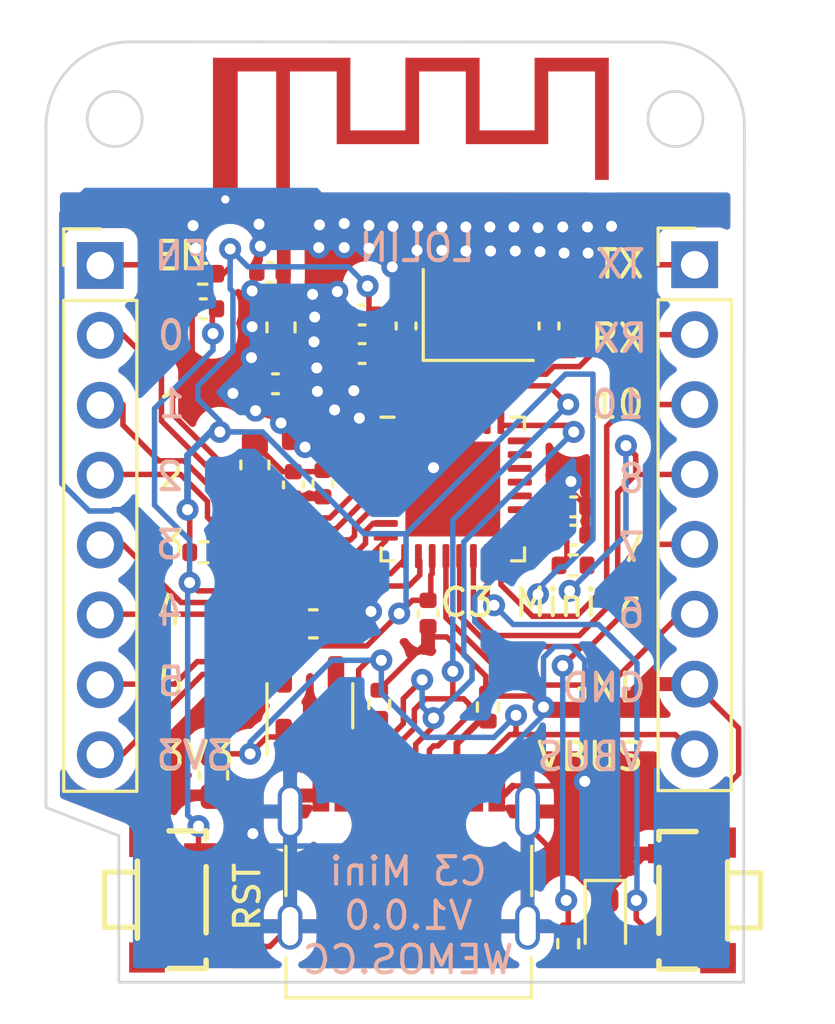
<source format=kicad_pcb>
(kicad_pcb (version 20211014) (generator pcbnew)
  (layers (0 "F.Cu" signal) (31 "B.Cu" signal) (34 "B.Paste" user) (35 "F.Paste" user) (36 "B.SilkS" user "B.Silkscreen") (37 "F.SilkS" user "F.Silkscreen") (38 "B.Mask" user) (39 "F.Mask" user) (44 "Edge.Cuts" user))
  (net 0 "")
  (net 1 "Net-(ANT1-Pad1)")
  (net 2 "GND")
  (net 3 "+3V3")
  (net 4 "VDD_SPI")
  (net 5 "Net-(C12-Pad2)")
  (net 6 "Net-(C13-Pad2)")
  (net 7 "EN")
  (net 8 "Net-(C16-Pad1)")
  (net 9 "VBUS")
  (net 10 "Net-(J1-PadA5)")
  (net 11 "D+")
  (net 12 "D-")
  (net 14 "Net-(J1-PadB5)")
  (net 16 "IO0")
  (net 17 "IO1")
  (net 18 "IO2")
  (net 19 "IO3")
  (net 20 "IO4")
  (net 21 "IO5")
  (net 22 "U0TXD")
  (net 23 "U0RXD")
  (net 24 "IO10")
  (net 25 "IO8")
  (net 26 "IO7")
  (net 27 "IO6")
  (net 28 "Net-(LED1-Pad2)")
  (net 29 "IO9")
  (footprint "Capacitor_SMD:C_0402_1005Metric" (layer "F.Cu") (at 35.325 36.925 180)
    (fp_text reference "C14" hide)
    (fp_text value "100nF")
  )
  (footprint "Capacitor_SMD:C_0603_1608Metric" (layer "F.Cu") (at 35.7 53.875 -90)
    (fp_text reference "C17" hide)
    (fp_text value "10uF")
  )
  (footprint "Resistor_SMD:R_0402_1005Metric" (layer "F.Cu") (at 41.725 51.3 90)
    (fp_text reference "R1" hide)
    (fp_text value "5.1k")
  )
  (footprint "Connector_PinHeader_2.54mm:PinHeader_1x08_P2.54mm_Vertical" (layer "F.Cu") (at 31.575 35.35)
    (fp_text reference "J2" hide)
    (fp_text value "P_01x08-0.9")
  )
  (footprint "EOS:ST-1114A" (layer "F.Cu") (at 33.925 58.4 -90)
    (fp_text reference "SW1" hide)
    (fp_text value "SW_2x4x3.5")
  )
  (footprint "Resistor_SMD:R_0402_1005Metric" (layer "F.Cu") (at 35.34 45.775 180)
    (fp_text reference "R4" hide)
    (fp_text value "10k")
  )
  (footprint "Package_TO_SOT_SMD:SOT-23-5" (layer "F.Cu") (at 39.2 51.35 90)
    (fp_text reference "PS1" hide)
    (fp_text value "IA0503S")
  )
  (footprint "Resistor_SMD:R_0402_1005Metric" (layer "F.Cu") (at 35.3 35.65 180)
    (fp_text reference "R3" hide)
    (fp_text value "10k")
  )
  (footprint "Capacitor_SMD:C_0603_1608Metric" (layer "F.Cu") (at 39.325 48.375)
    (fp_text reference "C18" hide)
    (fp_text value "10uF")
  )
  (footprint "Capacitor_SMD:C_0402_1005Metric" (layer "F.Cu") (at 37.95 39.65 180)
    (fp_text reference "C16" hide)
    (fp_text value "NC")
  )
  (footprint "Package_DFN_QFN:QFN-32-1EP_5x5mm_P0.5mm_EP3.45x3.45mm" (layer "F.Cu") (at 44.4 43.475)
    (fp_text reference "U1" hide)
    (fp_text value "ESP32-C3")
  )
  (footprint "Crystal:Crystal_SMD_TXC_7M-4Pin_3.2x2.5mm" (layer "F.Cu") (at 45.325 37.15)
    (fp_text reference "Y1" hide)
    (fp_text value "40MHz")
  )
  (footprint "Connector_PinHeader_2.54mm:PinHeader_1x08_P2.54mm_Vertical" (layer "F.Cu") (at 53.2 35.325)
    (fp_text reference "J3" hide)
    (fp_text value "P_01x08-0.9")
  )
  (footprint "RF_Antenna:Texas_SWRA117D_2.4GHz_Right" (layer "F.Cu") (at 38.225 32.95)
    (fp_text reference "ANT1" hide)
    (fp_text value "ANT_PCB_2.4G_15.2MM")
  )
  (footprint "Capacitor_SMD:C_0402_1005Metric" (layer "F.Cu") (at 38.6 43.325 -90)
    (fp_text reference "C4" hide)
    (fp_text value "1uF")
  )
  (footprint "LED_SMD:LED_0603_1608Metric" (layer "F.Cu") (at 49.95 59.1875 -90)
    (fp_text reference "LED1" hide)
    (fp_text value "LED_0603_B")
  )
  (footprint "Resistor_SMD:R_0402_1005Metric" (layer "F.Cu") (at 48.6 60 90)
    (fp_text reference "R5" hide)
    (fp_text value "2k")
  )
  (footprint "Capacitor_SMD:C_0402_1005Metric" (layer "F.Cu") (at 42.7 37.55 -90)
    (fp_text reference "C12" hide)
    (fp_text value "15pF")
  )
  (footprint "Resistor_SMD:R_0402_1005Metric" (layer "F.Cu") (at 45.675 51.4 90)
    (fp_text reference "R2" hide)
    (fp_text value "5.1k")
  )
  (footprint "Connector_USB:USB_C_Receptacle_Palconn_UTC16-G" (layer "F.Cu") (at 42.8 57.125)
    (fp_text reference "J1" hide)
    (fp_text value "USB_C_16P")
  )
  (footprint "Capacitor_SMD:C_0603_1608Metric" (layer "F.Cu") (at 37.2 42.6 -90)
    (fp_text reference "C3" hide)
    (fp_text value "10uF")
  )
  (footprint "Capacitor_SMD:C_0402_1005Metric" (layer "F.Cu") (at 37.75 35.6 180)
    (fp_text reference "C15" hide)
    (fp_text value "1pF")
  )
  (footprint "Capacitor_SMD:C_0402_1005Metric" (layer "F.Cu") (at 41.1 37.15 180)
    (fp_text reference "C1" hide)
    (fp_text value "10nF")
  )
  (footprint "EOS:ST-1114A" (layer "F.Cu") (at 53.4 58.425 90)
    (fp_text reference "SW2" hide)
    (fp_text value "SW_2x4x3.5")
  )
  (footprint "Capacitor_SMD:C_0402_1005Metric" (layer "F.Cu") (at 48.8 44.125)
    (fp_text reference "C11" hide)
    (fp_text value "1uF")
  )
  (footprint "Capacitor_SMD:C_0402_1005Metric" (layer "F.Cu") (at 48.8 45.15)
    (fp_text reference "C8" hide)
    (fp_text value "100nF")
  )
  (footprint "Capacitor_SMD:C_0402_1005Metric" (layer "F.Cu") (at 43.5 48 -90)
    (fp_text reference "C7" hide)
    (fp_text value "100nF")
  )
  (footprint "Capacitor_SMD:C_0402_1005Metric" (layer "F.Cu") (at 39.675 43.275 -90)
    (fp_text reference "C6" hide)
    (fp_text value "100nF")
  )
  (footprint "Inductor_SMD:L_0603_1608Metric" (layer "F.Cu") (at 38.15 37.6 -90)
    (fp_text reference "L1" hide)
    (fp_text value "0R")
  )
  (footprint "Resistor_SMD:R_0402_1005Metric" (layer "F.Cu") (at 48.775 46.25 180)
    (fp_text reference "R6" hide)
    (fp_text value "10k")
  )
  (footprint "Capacitor_SMD:C_0402_1005Metric" (layer "F.Cu") (at 41.1 38.55 180)
    (fp_text reference "C5" hide)
    (fp_text value "1uF")
  )
  (footprint "Capacitor_SMD:C_0402_1005Metric" (layer "F.Cu") (at 47.9 37.55 90)
    (fp_text reference "C13" hide)
    (fp_text value "15pF")
  )
  (gr_line (start 32.25 61.4) (end 54.98 61.4) (layer "Edge.Cuts") (width 0.1))
  (gr_line (start 55.009184 30.360193) (end 54.98 61.4) (layer "Edge.Cuts") (width 0.1))
  (gr_circle (center 32.1 30.025) (end 33.1 30.025) (layer "Edge.Cuts") (width 0.1) (fill none))
  (gr_line (start 32.68 27.222889) (end 51.929184 27.230193) (layer "Edge.Cuts") (width 0.1))
  (gr_line (start 32.25 61.4) (end 32.25 56.075) (layer "Edge.Cuts") (width 0.1))
  (gr_line (start 29.6 55.05) (end 29.6 30.302889) (layer "Edge.Cuts") (width 0.1))
  (gr_circle (center 52.5 30.025) (end 53.5 30.025) (layer "Edge.Cuts") (width 0.1) (fill none))
  (gr_arc (start 51.929184 27.230193) (mid 54.125 28.15) (end 55.009184 30.360193) (layer "Edge.Cuts") (width 0.1))
  (gr_line (start 32.25 56.075) (end 29.6 55.05) (layer "Edge.Cuts") (width 0.1))
  (gr_arc (start 29.6 30.302889) (mid 30.502111 28.125) (end 32.68 27.222889) (layer "Edge.Cuts") (width 0.1))
  (gr_text "RX" (at 50.5 38) (layer "B.SilkS") (effects (font (size 1 1)) (justify mirror)))
  (gr_text "3" (at 34.075 45.5) (layer "B.SilkS") (effects (font (size 1 1)) (justify mirror)))
  (gr_text "TX" (at 50.5 35.3) (layer "B.SilkS") (effects (font (size 1 1)) (justify mirror)))
  (gr_text "C3 Mini\nV1.0.0\nWEMOS.CC" (at 42.775 58.975) (layer "B.SilkS") (effects (font (size 1 1)) (justify mirror)))
  (gr_text "VBUS" (at 49.4 53.2) (layer "B.SilkS") (effects (font (size 1 1)) (justify mirror)))
  (gr_text "4" (at 34.1 47.925) (layer "B.SilkS") (effects (font (size 1 1)) (justify mirror)))
  (gr_text "0" (at 34.15 37.875) (layer "B.SilkS") (effects (font (size 1 1)) (justify mirror)))
  (gr_text "7" (at 50.9 45.6) (layer "B.SilkS") (effects (font (size 1 1)) (justify mirror)))
  (gr_text "1" (at 34.175 40.375) (layer "B.SilkS") (effects (font (size 1 1)) (justify mirror)))
  (gr_text "2" (at 34.1 43.025) (layer "B.SilkS") (effects (font (size 1 1)) (justify mirror)))
  (gr_text "8" (at 50.9 43.1) (layer "B.SilkS") (effects (font (size 1 1)) (justify mirror)))
  (gr_text "6" (at 50.9 48) (layer "B.SilkS") (effects (font (size 1 1)) (justify mirror)))
  (gr_text "5" (at 34.15 50.475) (layer "B.SilkS") (effects (font (size 1 1)) (justify mirror)))
  (gr_text "3V3" (at 35 53.15) (layer "B.SilkS") (effects (font (size 1 1)) (justify mirror)))
  (gr_text "LOLIN" (at 43.1 34.7) (layer "B.SilkS") (effects (font (size 1 1)) (justify mirror)))
  (gr_text "10" (at 50.4 40.4) (layer "B.SilkS") (effects (font (size 1 1)) (justify mirror)))
  (gr_text "GND" (at 49.9 50.7) (layer "B.SilkS") (effects (font (size 1 1)) (justify mirror)))
  (gr_text "EN" (at 34.525 35) (layer "B.SilkS") (effects (font (size 1 1)) (justify mirror)))
  (gr_text "GND" (at 49.9 50.7) (layer "F.SilkS") (effects (font (size 1 1))))
  (gr_text "10" (at 50.4 40.4) (layer "F.SilkS") (effects (font (size 1 1))))
  (gr_text "RX" (at 50.4 38) (layer "F.SilkS") (effects (font (size 1 1))))
  (gr_text "1" (at 34.175 40.375) (layer "F.SilkS") (effects (font (size 1 1))))
  (gr_text "3V3" (at 35.075 53.175) (layer "F.SilkS") (effects (font (size 1 1))))
  (gr_text "8" (at 50.9 43.1) (layer "F.SilkS") (effects (font (size 1 1))))
  (gr_text "C3 Mini" (at 46.8 47.6) (layer "F.SilkS") (effects (font (size 1 1))))
  (gr_text "4" (at 34.1 47.925) (layer "F.SilkS") (effects (font (size 1 1))))
  (gr_text "TX" (at 50.5 35.3) (layer "F.SilkS") (effects (font (size 1 1))))
  (gr_text "VBUS" (at 49.4 53.2) (layer "F.SilkS") (effects (font (size 1 1))))
  (gr_text "3" (at 34.175 45.5) (layer "F.SilkS") (effects (font (size 1 1))))
  (gr_text "RST" (at 36.925 58.3 90) (layer "F.SilkS") (effects (font (size 0.9 0.9))))
  (gr_text "5" (at 34.15 50.475) (layer "F.SilkS") (effects (font (size 1 1))))
  (gr_text "2" (at 34.125 43.025) (layer "F.SilkS") (effects (font (size 1 1))))
  (gr_text "7" (at 50.9 45.6) (layer "F.SilkS") (effects (font (size 1 1))))
  (gr_text "EN" (at 34.525 35) (layer "F.SilkS") (effects (font (size 1 1))))
  (gr_text "0" (at 34.15 37.9) (layer "F.SilkS") (effects (font (size 1 1))))
  (gr_text "6" (at 50.9 48) (layer "F.SilkS") (effects (font (size 1 1))))
  (segment (start 38.25 32.975) (end 38.25 36.675) (width 0.5) (layer "F.Cu") (net 1))
  (segment (start 38.25 36.675) (end 38.225 36.7) (width 0.5) (layer "F.Cu") (net 1))
  (segment (start 38.225 32.95) (end 38.25 32.975) (width 0.5) (layer "F.Cu") (net 1))
  (segment (start 38.8 53.6) (end 38.89 53.69) (width 0.2) (layer "F.Cu") (net 2))
  (segment (start 36.4 40) (end 37.12 40) (width 0.2) (layer "F.Cu") (net 2))
  (segment (start 48.55 37.38033) (end 48.55 35.95) (width 0.2) (layer "F.Cu") (net 2))
  (segment (start 51.5 56.7) (end 49.8 58.4) (width 0.2) (layer "F.Cu") (net 2))
  (segment (start 48.7 43.545) (end 49.28 44.125) (width 0.2) (layer "F.Cu") (net 2))
  (segment (start 39.475 52.4875) (end 39.475 53.565) (width 0.2) (layer "F.Cu") (net 2))
  (segment (start 52.1 56.525) (end 52.1 56.7) (width 0.2) (layer "F.Cu") (net 2))
  (segment (start 39.625 43.805) (end 39.675 43.755) (width 0.2) (layer "F.Cu") (net 2))
  (segment (start 48.55 35.95) (end 48 35.4) (width 0.2) (layer "F.Cu") (net 2))
  (segment (start 38.48 59.365) (end 38.48 54.27) (width 0.2) (layer "F.Cu") (net 2))
  (segment (start 41.725 50.775) (end 43.6 48.9) (width 0.2) (layer "F.Cu") (net 2))
  (segment (start 47.7 51.4) (end 47.3 51) (width 0.2) (layer "F.Cu") (net 2))
  (segment (start 36.125 54.65) (end 36.625 54.65) (width 0.2) (layer "F.Cu") (net 2))
  (segment (start 37.2 43.375) (end 36.825 43.375) (width 0.2) (layer "F.Cu") (net 2))
  (segment (start 34.92 39.43) (end 34.85 39.5) (width 0.2) (layer "F.Cu") (net 2))
  (segment (start 54.8 53.825) (end 52.1 56.525) (width 0.2) (layer "F.Cu") (net 2))
  (segment (start 47.12 54.27) (end 46.58 54.27) (width 0.2) (layer "F.Cu") (net 2))
  (segment (start 47.12 54.27) (end 47.12 58.44) (width 0.2) (layer "F.Cu") (net 2))
  (segment (start 46 54.615) (end 46.235 54.615) (width 0.25) (layer "F.Cu") (net 2))
  (segment (start 37.63 43.805) (end 37.2 43.375) (width 0.2) (layer "F.Cu") (net 2))
  (segment (start 42.7 35.9) (end 42.7 37.3) (width 0.2) (layer "F.Cu") (net 2))
  (segment (start 38.89 53.69) (end 39.6 53.69) (width 0.2) (layer "F.Cu") (net 2))
  (segment (start 39.475 53.565) (end 39.6 53.69) (width 0.2) (layer "F.Cu") (net 2))
  (segment (start 49.28 45.15) (end 49.28 44.125) (width 0.2) (layer "F.Cu") (net 2))
  (segment (start 40.8 39.9) (end 40.85 39.85) (width 0.2) (layer "F.Cu") (net 2))
  (segment (start 36.825 43.375) (end 34.2 40.75) (width 0.2) (layer "F.Cu") (net 2))
  (segment (start 43.1 35.5) (end 42.7 35.9) (width 0.2) (layer "F.Cu") (net 2))
  (segment (start 47.3 51) (end 45.75 51) (width 0.2) (layer "F.Cu") (net 2))
  (segment (start 43.65 48.85) (end 43.6 48.9) (width 0.2) (layer "F.Cu") (net 2))
  (segment (start 49.03 54.27) (end 49.2 54.1) (width 0.2) (layer "F.Cu") (net 2))
  (segment (start 40.975 48.375) (end 41.425 47.925) (width 0.2) (layer "F.Cu") (net 2))
  (segment (start 47.9 37.9) (end 47.9 37.825) (width 0.25) (layer "F.Cu") (net 2))
  (segment (start 54.8 52.165) (end 54.8 53.825) (width 0.2) (layer "F.Cu") (net 2))
  (segment (start 40.1 48.375) (end 40.975 48.375) (width 0.2) (layer "F.Cu") (net 2))
  (segment (start 40.62 39.72) (end 40.8 39.9) (width 0.25) (layer "F.Cu") (net 2))
  (segment (start 53.2 50.565) (end 54.8 52.165) (width 0.2) (layer "F.Cu") (net 2))
  (segment (start 40.62 37.15) (end 40.62 38.55) (width 0.25) (layer "F.Cu") (net 2))
  (segment (start 34.2 40.15) (end 34.85 39.5) (width 0.2) (layer "F.Cu") (net 2))
  (segment (start 47.9 37.8) (end 48.13033 37.8) (width 0.2) (layer "F.Cu") (net 2))
  (segment (start 37.12 40) (end 37.47 39.65) (width 0.2) (layer "F.Cu") (net 2))
  (segment (start 43.5 48.48) (end 43.5 48.8) (width 0.25) (layer "F.Cu") (net 2))
  (segment (start 48.13033 37.8) (end 48.55 37.38033) (width 0.2) (layer "F.Cu") (net 2))
  (segment (start 38.48 53.92) (end 38.8 53.6) (width 0.2) (layer "F.Cu") (net 2))
  (segment (start 45.675 50.89) (end 45.6 50.815) (width 0.2) (layer "F.Cu") (net 2))
  (segment (start 49.8 58.4) (end 47.12 55.72) (width 0.2) (layer "F.Cu") (net 2))
  (segment (start 36.625 54.65) (end 37.125 55.15) (width 0.2) (layer "F.Cu") (net 2))
  (segment (start 35.7 60.1) (end 37.745 60.1) (width 0.2) (layer "F.Cu") (net 2))
  (segment (start 47.4 38.4) (end 47.9 37.9) (width 0.25) (layer "F.Cu") (net 2))
  (segment (start 40.62 38.55) (end 40.62 39.72) (width 0.25) (layer "F.Cu") (net 2))
  (segment (start 43.5 48.8) (end 43.6 48.9) (width 0.25) (layer "F.Cu") (net 2))
  (segment (start 47.12 55.72) (end 47.12 54.27) (width 0.2) (layer "F.Cu") (net 2))
  (segment (start 52.1 56.7) (end 51.5 56.7) (width 0.2) (layer "F.Cu") (net 2))
  (segment (start 43.2 35.4) (end 43.1 35.5) (width 0.2) (layer "F.Cu") (net 2))
  (segment (start 34.2 40.75) (end 34.2 40.15) (width 0.2) (layer "F.Cu") (net 2))
  (segment (start 42.7 35.9) (end 42.2 35.4) (width 0.2) (layer "F.Cu") (net 2))
  (segment (start 44.2 36.6) (end 43.1 35.5) (width 0.25) (layer "F.Cu") (net 2))
  (segment (start 37.125 55.15) (end 37.125 56) (width 0.2) (layer "F.Cu") (net 2))
  (segment (start 39.6 53.69) (end 39.6 54.615) (width 0.2) (layer "F.Cu") (net 2))
  (segment (start 48 35.4) (end 43.2 35.4) (width 0.2) (layer "F.Cu") (net 2))
  (segment (start 38.48 54.27) (end 38.48 53.92) (width 0.2) (layer "F.Cu") (net 2))
  (segment (start 46.4 38.4) (end 47.4 38.4) (width 0.25) (layer "F.Cu") (net 2))
  (segment (start 38.6 43.805) (end 39.625 43.805) (width 0.2) (layer "F.Cu") (net 2))
  (segment (start 38.6 43.805) (end 37.63 43.805) (width 0.2) (layer "F.Cu") (net 2))
  (segment (start 34.92 36.8) (end 34.92 39.43) (width 0.2) (layer "F.Cu") (net 2))
  (segment (start 44.175 48.85) (end 43.65 48.85) (width 0.2) (layer "F.Cu") (net 2))
  (segment (start 47.12 54.27) (end 49.03 54.27) (width 0.2) (layer "F.Cu") (net 2))
  (segment (start 48.7 43.2) (end 48.7 43.545) (width 0.2) (layer "F.Cu") (net 2))
  (segment (start 37.745 60.1) (end 38.48 59.365) (width 0.2) (layer "F.Cu") (net 2))
  (segment (start 45.6 50.815) (end 45.6 50.275) (width 0.2) (layer "F.Cu") (net 2))
  (segment (start 36.4 40) (end 36.4 39.9) (width 0.2) (layer "F.Cu") (net 2))
  (segment (start 46.235 54.615) (end 46.58 54.27) (width 0.25) (layer "F.Cu") (net 2))
  (segment (start 45.6 50.275) (end 44.175 48.85) (width 0.2) (layer "F.Cu") (net 2))
  (via (at 37.125 56) (size 0.8) (drill 0.4) (layers "F.Cu" "B.Cu") (net 2))
  (via (at 48.4 33.95) (size 0.8) (drill 0.4) (layers "F.Cu" "B.Cu") (net 2))
  (via (at 41.35 34.725) (size 0.8) (drill 0.4) (layers "F.Cu" "B.Cu") (net 2))
  (via (at 41 40.9) (size 0.8) (drill 0.4) (layers "F.Cu" "B.Cu") (net 2))
  (via (at 49.2 54.1) (size 0.8) (drill 0.4) (layers "F.Cu" "B.Cu") (net 2))
  (via (at 44.875 34.825) (size 0.8) (drill 0.4) (layers "F.Cu" "B.Cu") (net 2))
  (via (at 41.425 47.925) (size 0.8) (drill 0.4) (layers "F.Cu" "B.Cu") (net 2))
  (via (at 37.35 33.85) (size 0.8) (drill 0.4) (layers "F.Cu" "B.Cu") (net 2))
  (via (at 41.35 33.9) (size 0.8) (drill 0.4) (layers "F.Cu" "B.Cu") (net 2))
  (via (at 45.775 34.825) (size 0.8) (drill 0.4) (layers "F.Cu" "B.Cu") (net 2))
  (via (at 39.375 37.225) (size 0.8) (drill 0.4) (layers "F.Cu" "B.Cu") (net 2))
  (via (at 37.1 36.275) (size 0.8) (drill 0.4) (layers "F.Cu" "B.Cu") (net 2))
  (via (at 49.3 33.95) (size 0.8) (drill 0.4) (layers "F.Cu" "B.Cu") (net 2))
  (via (at 40.1 40.6) (size 0.8) (drill 0.4) (layers "F.Cu" "B.Cu") (net 2))
  (via (at 39.55 33.875) (size 0.8) (drill 0.4) (layers "F.Cu" "B.Cu") (net 2))
  (via (at 35.05 34.725) (size 0.8) (drill 0.4) (layers "F.Cu" "B.Cu") (net 2))
  (via (at 47.7 51.4) (size 0.8) (drill 0.4) (layers "F.Cu" "B.Cu") (net 2))
  (via (at 37.4 34.65) (size 0.8) (drill 0.4) (layers "F.Cu" "B.Cu") (net 2))
  (via (at 48.45 34.9) (size 0.8) (drill 0.4) (layers "F.Cu" "B.Cu") (net 2))
  (via (at 45.75 33.95) (size 0.8) (drill 0.4) (layers "F.Cu" "B.Cu") (net 2))
  (via (at 40.8 39.9) (size 0.8) (drill 0.4) (layers "F.Cu" "B.Cu") (net 2))
  (via (at 46.675 34.825) (size 0.8) (drill 0.4) (layers "F.Cu" "B.Cu") (net 2))
  (via (at 42.2 35.4) (size 0.8) (drill 0.4) (layers "F.Cu" "B.Cu") (net 2))
  (via (at 48.7 43.2) (size 0.8) (drill 0.4) (layers "F.Cu" "B.Cu") (net 2))
  (via (at 49.325 34.9) (size 0.8) (drill 0.4) (layers "F.Cu" "B.Cu") (net 2))
  (via (at 47.575 34.85) (size 0.8) (drill 0.4) (layers "F.Cu" "B.Cu") (net 2))
  (via (at 39.025 41.95) (size 0.8) (drill 0.4) (layers "F.Cu" "B.Cu") (net 2))
  (via (at 43.7 42.7) (size 0.8) (drill 0.4) (layers "F.Cu" "B.Cu") (net 2))
  (via (at 44 34.8) (size 0.8) (drill 0.4) (layers "F.Cu" "B.Cu") (net 2))
  (via (at 43.1 34.8) (size 0.8) (drill 0.4) (layers "F.Cu" "B.Cu") (net 2))
  (via (at 40.45 34.7) (size 0.8) (drill 0.4) (layers "F.Cu" "B.Cu") (net 2))
  (via (at 43.125 33.925) (size 0.8) (drill 0.4) (layers "F.Cu" "B.Cu") (net 2))
  (via (at 44.875 33.95) (size 0.8) (drill 0.4) (layers "F.Cu" "B.Cu") (net 2))
  (via (at 39.35 38.125) (size 0.8) (drill 0.4) (layers "F.Cu" "B.Cu") (net 2))
  (via (at 37.075 38.7) (size 0.8) (drill 0.4) (layers "F.Cu" "B.Cu") (net 2))
  (via (at 47.5 33.975) (size 0.8) (drill 0.4) (layers "F.Cu" "B.Cu") (net 2))
  (via (at 50.175 33.925) (size 0.8) (drill 0.4) (layers "F.Cu" "B.Cu") (net 2))
  (via (at 40.2 36.3) (size 0.8) (drill 0.4) (layers "F.Cu" "B.Cu") (net 2))
  (via (at 34.95 33.9) (size 0.8) (drill 0.4) (layers "F.Cu" "B.Cu") (net 2))
  (via (at 44 33.95) (size 0.8) (drill 0.4) (layers "F.Cu" "B.Cu") (net 2))
  (via (at 37.1 37.575) (size 0.8) (drill 0.4) (layers "F.Cu" "B.Cu") (net 2))
  (via (at 38.15 41.075) (size 0.8) (drill 0.4) (layers "F.Cu" "B.Cu") (net 2))
  (via (at 39.525 34.7) (size 0.8) (drill 0.4) (layers "F.Cu" "B.Cu") (net 2))
  (via (at 39.45 39.075) (size 0.8) (drill 0.4) (layers "F.Cu" "B.Cu") (net 2))
  (via (at 37.225 40.625) (size 0.8) (drill 0.4) (layers "F.Cu" "B.Cu") (net 2))
  (via (at 39.475 39.925) (size 0.8) (drill 0.4) (layers "F.Cu" "B.Cu") (net 2))
  (via (at 42.225 33.925) (size 0.8) (drill 0.4) (layers "F.Cu" "B.Cu") (net 2))
  (via (at 40.45 33.825) (size 0.8) (drill 0.4) (layers "F.Cu" "B.Cu") (net 2))
  (via (at 46.625 33.95) (size 0.8) (drill 0.4) (layers "F.Cu" "B.Cu") (net 2))
  (via (at 36.4 40) (size 0.8) (drill 0.4) (layers "F.Cu" "B.Cu") (net 2))
  (via (at 39.3 36.4) (size 0.8) (drill 0.4) (layers "F.Cu" "B.Cu") (net 2))
  (segment (start 37.125 56) (end 36.225 56.9) (width 0.2) (layer "B.Cu") (net 2))
  (segment (start 36.2 55.075) (end 37.125 56) (width 0.2) (layer "B.Cu") (net 2))
  (segment (start 31.05 32.625) (end 39.425 32.625) (width 0.2) (layer "B.Cu") (net 2))
  (segment (start 33.7 44.966186) (end 32.958814 44.225) (width 0.2) (layer "B.Cu") (net 2))
  (segment (start 33.7 56.4) (end 33.7 44.966186) (width 0.2) (layer "B.Cu") (net 2))
  (segment (start 31.173654 44.273654) (end 30.175 43.275) (width 0.2) (layer "B.Cu") (net 2))
  (segment (start 45.2 47.41005) (end 45.2 48.3) (width 0.2) (layer "B.Cu") (net 2))
  (segment (start 47.7 51.68995) (end 47.7 51.4) (width 0.2) (layer "B.Cu") (net 2))
  (segment (start 30.175 43.275) (end 30.175 33.453654) (width 0.2) (layer "B.Cu") (net 2))
  (segment (start 40.8 39.9) (end 42.2 38.5) (width 0.2) (layer "B.Cu") (net 2))
  (segment (start 49.2 49.71005) (end 48.68995 49.2) (width 0.2) (layer "B.Cu") (net 2))
  (segment (start 48.1 49.2) (end 47.7 49.6) (width 0.2) (layer "B.Cu") (net 2))
  (segment (start 46.6 46.265686) (end 46.344364 46.265686) (width 0.2) (layer "B.Cu") (net 2))
  (segment (start 49.2 54.1) (end 49.2 49.71005) (width 0.2) (layer "B.Cu") (net 2))
  (segment (start 45.2 48.3) (end 45.9 49) (width 0.2) (layer "B.Cu") (net 2))
  (segment (start 48.7 44.165686) (end 46.6 46.265686) (width 0.2) (layer "B.Cu") (net 2))
  (segment (start 37.575 56.45) (end 42.93995 56.45) (width 0.2) (layer "B.Cu") (net 2))
  (segment (start 32.005 44.273654) (end 31.173654 44.273654) (width 0.2) (layer "B.Cu") (net 2))
  (segment (start 37.125 56) (end 37.575 56.45) (width 0.2) (layer "B.Cu") (net 2))
  (segment (start 42.2 38.5) (end 42.2 35.4) (width 0.2) (layer "B.Cu") (net 2))
  (segment (start 42.93995 56.45) (end 47.7 51.68995) (width 0.2) (layer "B.Cu") (net 2))
  (segment (start 30.2 33.475) (end 31.05 32.625) (width 0.2) (layer "B.Cu") (net 2))
  (segment (start 39.425 32.625) (end 42.2 35.4) (width 0.2) (layer "B.Cu") (net 2))
  (segment (start 36.2 50) (end 36.2 55.075) (width 0.2) (layer "B.Cu") (net 2))
  (segment (start 32.053654 44.225) (end 32.005 44.273654) (width 0.2) (layer "B.Cu") (net 2))
  (segment (start 48.7 43.2) (end 48.7 44.165686) (width 0.2) (layer "B.Cu") (net 2))
  (segment (start 38.275 47.925) (end 36.2 50) (width 0.2) (layer "B.Cu") (net 2))
  (segment (start 48.68995 49.2) (end 48.1 49.2) (width 0.2) (layer "B.Cu") (net 2))
  (segment (start 34.2 56.9) (end 33.7 56.4) (width 0.2) (layer "B.Cu") (net 2))
  (segment (start 41.425 47.925) (end 38.275 47.925) (width 0.2) (layer "B.Cu") (net 2))
  (segment (start 32.958814 44.225) (end 32.053654 44.225) (width 0.2) (layer "B.Cu") (net 2))
  (segment (start 36.225 56.9) (end 34.2 56.9) (width 0.2) (layer "B.Cu") (net 2))
  (segment (start 47.7 49.6) (end 47.7 51.4) (width 0.2) (layer "B.Cu") (net 2))
  (segment (start 46.344364 46.265686) (end 45.2 47.41005) (width 0.2) (layer "B.Cu") (net 2))
  (segment (start 38.6 42.845) (end 39.625 42.845) (width 0.2) (layer "F.Cu") (net 3))
  (segment (start 41.275 49.175) (end 39.2875 49.175) (width 0.2) (layer "F.Cu") (net 3))
  (segment (start 41.9625 42.725) (end 39.745 42.725) (width 0.2) (layer "F.Cu") (net 3))
  (segment (start 41.9625 42.225) (end 41.9625 42.725) (width 0.2) (layer "F.Cu") (net 3))
  (segment (start 42.65 41.1625) (end 43.15 41.1625) (width 0.25) (layer "F.Cu") (net 3))
  (segment (start 43.65 46.55) (end 43.65 46.0375) (width 0.2) (layer "F.Cu") (net 3))
  (segment (start 48.245 45.225) (end 48.32 45.15) (width 0.2) (layer "F.Cu") (net 3))
  (segment (start 36.775 41.4) (end 37.2 41.825) (width 0.2) (layer "F.Cu") (net 3))
  (segment (start 41.35 36.15) (end 41.35 37.15) (width 0.2) (layer "F.Cu") (net 3))
  (segment (start 43.5 47.52) (end 42.93 47.52) (width 0.2) (layer "F.Cu") (net 3))
  (segment (start 38.22 42.845) (end 37.2 41.825) (width 0.2) (layer "F.Cu") (net 3))
  (segment (start 42.65 41.1625) (end 42.65 40.65) (width 0.25) (layer "F.Cu") (net 3))
  (segment (start 47.5 47.11005) (end 48.41005 46.2) (width 0.2) (layer "F.Cu") (net 3))
  (segment (start 47.5 47.3) (end 47.5 47.11005) (width 0.2) (layer "F.Cu") (net 3))
  (segment (start 43.6 46.6) (end 43.6 47.42) (width 0.2) (layer "F.Cu") (net 3))
  (segment (start 48.41005 46.2) (end 48.55 46.2) (width 0.2) (layer "F.Cu") (net 3))
  (segment (start 34.83 45.775) (end 34.83 44.305) (width 0.2) (layer "F.Cu") (net 3))
  (segment (start 35.2925 50.2125) (end 32.4 53.105) (width 0.2) (layer "F.Cu") (net 3))
  (segment (start 38.55 48.375) (end 38.55 48.4375) (width 0.2) (layer "F.Cu") (net 3))
  (segment (start 36.3 35.41) (end 35.91 35.8) (width 0.2) (layer "F.Cu") (net 3))
  (segment (start 41.375 39.375) (end 41.375 38.55) (width 0.25) (layer "F.Cu") (net 3))
  (segment (start 43.6 47.42) (end 43.5 47.52) (width 0.2) (layer "F.Cu") (net 3))
  (segment (start 41.35 38.55) (end 41.35 37.15) (width 0.2) (layer "F.Cu") (net 3))
  (segment (start 38.6 42.845) (end 38.22 42.845) (width 0.2) (layer "F.Cu") (net 3))
  (segment (start 38.25 50.2125) (end 39.2875 49.175) (width 0.2) (layer "F.Cu") (net 3))
  (segment (start 38.55 48.4375) (end 39.2875 49.175) (width 0.2) (layer "F.Cu") (net 3))
  (segment (start 42.65 40.65) (end 41.375 39.375) (width 0.25) (layer "F.Cu") (net 3))
  (segment (start 42.45 48) (end 41.275 49.175) (width 0.2) (layer "F.Cu") (net 3))
  (segment (start 41.3 36.1) (end 41.35 36.15) (width 0.2) (layer "F.Cu") (net 3))
  (segment (start 36.3 34.75) (end 36.3 35.41) (width 0.2) (layer "F.Cu") (net 3))
  (segment (start 48.5 45.35) (end 48.525 45.375) (width 0.25) (layer "F.Cu") (net 3))
  (segment (start 48.525 45.375) (end 48.525 45.4) (width 0.25) (layer "F.Cu") (net 3))
  (segment (start 35.925 41.4) (end 36.775 41.4) (width 0.2) (layer "F.Cu") (net 3))
  (segment (start 38.25 50.2125) (end 35.2925 50.2125) (width 0.2) (layer "F.Cu") (net 3))
  (segment (start 46.8375 45.225) (end 48.245 45.225) (width 0.2) (layer "F.Cu") (net 3))
  (segment (start 48.55 45.4) (end 48.55 46.2) (width 0.2) (layer "F.Cu") (net 3))
  (segment (start 39.625 42.845) (end 39.675 42.795) (width 0.2) (layer "F.Cu") (net 3))
  (segment (start 43.6 46.6) (end 43.65 46.55) (width 0.2) (layer "F.Cu") (net 3))
  (segment (start 42.93 47.52) (end 42.45 48) (width 0.2) (layer "F.Cu") (net 3))
  (segment (start 39.745 42.725) (end 39.675 42.795) (width 0.2) (layer "F.Cu") (net 3))
  (via (at 42.45 48) (size 0.8) (drill 0.4) (layers "F.Cu" "B.Cu") (net 3))
  (via (at 36.3 34.75) (size 0.8) (drill 0.4) (layers "F.Cu" "B.Cu") (net 3))
  (via (at 41.3 36.1) (size 0.8) (drill 0.4) (layers "F.Cu" "B.Cu") (net 3))
  (via (at 47.5 47.3) (size 0.8) (drill 0.4) (layers "F.Cu" "B.Cu") (net 3))
  (via (at 35.925 41.4) (size 0.8) (drill 0.4) (layers "F.Cu" "B.Cu") (net 3))
  (via (at 34.75 44.225) (size 0.8) (drill 0.4) (layers "F.Cu" "B.Cu") (net 3))
  (segment (start 37.475 41.4) (end 41.175 45.1) (width 0.2) (layer "B.Cu") (net 3))
  (segment (start 36.95 35.4) (end 40.6 35.4) (width 0.2) (layer "B.Cu") (net 3))
  (segment (start 35.925 41.4) (end 35.6 41.4) (width 0.25) (layer "B.Cu") (net 3))
  (segment (start 35.125 39.725) (end 35.125 40.2) (width 0.2) (layer "B.Cu") (net 3))
  (segment (start 47.5 47.3) (end 47.5 47.11005) (width 0.2) (layer "B.Cu") (net 3))
  (segment (start 48.5 39.3) (end 42.7 45.1) (width 0.2) (layer "B.Cu") (net 3))
  (segment (start 35.6 41.4) (end 34.75 42.25) (width 0.25) (layer "B.Cu") (net 3))
  (segment (start 36.3 34.75) (end 36.3 36.2) (width 0.2) (layer "B.Cu") (net 3))
  (segment (start 36.3 36.2) (end 36.4 36.3) (width 0.2) (layer "B.Cu") (net 3))
  (segment (start 49.5 39.3) (end 48.5 39.3) (width 0.2) (layer "B.Cu") (net 3))
  (segment (start 35.125 40.2) (end 35.925 41) (width 0.2) (layer "B.Cu") (net 3))
  (segment (start 47.5 47.11005) (end 48.31005 46.3) (width 0.2) (layer "B.Cu") (net 3))
  (segment (start 36.3 34.75) (end 36.95 35.4) (width 0.2) (layer "B.Cu") (net 3))
  (segment (start 48.5 46.3) (end 49.5 45.3) (width 0.2) (layer "B.Cu") (net 3))
  (segment (start 36.4 36.3) (end 36.4 38.45) (width 0.2) (layer "B.Cu") (net 3))
  (segment (start 35.925 41.4) (end 37.475 41.4) (width 0.2) (layer "B.Cu") (net 3))
  (segment (start 36.4 38.45) (end 35.125 39.725) (width 0.2) (layer "B.Cu") (net 3))
  (segment (start 42.7 45.1) (end 42.7 47.75) (width 0.2) (layer "B.Cu") (net 3))
  (segment (start 41.175 45.1) (end 42.7 45.1) (width 0.2) (layer "B.Cu") (net 3))
  (segment (start 48.31005 46.3) (end 48.5 46.3) (width 0.2) (layer "B.Cu") (net 3))
  (segment (start 42.7 47.75) (end 42.45 48) (width 0.2) (layer "B.Cu") (net 3))
  (segment (start 49.5 45.3) (end 49.5 39.3) (width 0.2) (layer "B.Cu") (net 3))
  (segment (start 34.75 42.25) (end 34.75 44.225) (width 0.25) (layer "B.Cu") (net 3))
  (segment (start 40.6 35.4) (end 41.3 36.1) (width 0.2) (layer "B.Cu") (net 3))
  (segment (start 35.925 41) (end 35.925 41.4) (width 0.2) (layer "B.Cu") (net 3))
  (segment (start 46.8375 44.725) (end 47.72 44.725) (width 0.2) (layer "F.Cu") (net 4))
  (segment (start 47.72 44.725) (end 48.32 44.125) (width 0.2) (layer "F.Cu") (net 4))
  (segment (start 44.2 38.4) (end 43.1 38.4) (width 0.25) (layer "F.Cu") (net 5))
  (segment (start 43.65 41.1625) (end 43.65 38.95) (width 0.25) (layer "F.Cu") (net 5))
  (segment (start 43.1 38.4) (end 42.7 38) (width 0.25) (layer "F.Cu") (net 5))
  (segment (start 43.65 38.95) (end 44.2 38.4) (width 0.25) (layer "F.Cu") (net 5))
  (segment (start 47.13 36.3) (end 47.9 37.07) (width 0.2) (layer "F.Cu") (net 6))
  (segment (start 44.425 38.925) (end 45.05 38.925) (width 0.25) (layer "F.Cu") (net 6))
  (segment (start 45.075 38.95) (end 45.375 38.65) (width 0.25) (layer "F.Cu") (net 6))
  (segment (start 45.05 38.925) (end 45.075 38.95) (width 0.25) (layer "F.Cu") (net 6))
  (segment (start 46.425 36.3) (end 47.13 36.3) (width 0.2) (layer "F.Cu") (net 6))
  (segment (start 44.15 41.1625) (end 44.15 39.2) (width 0.25) (layer "F.Cu") (net 6))
  (segment (start 45.775 36.3) (end 46.425 36.3) (width 0.25) (layer "F.Cu") (net 6))
  (segment (start 45.375 36.7) (end 45.775 36.3) (width 0.25) (layer "F.Cu") (net 6))
  (segment (start 45.375 38.65) (end 45.375 36.7) (width 0.25) (layer "F.Cu") (net 6))
  (segment (start 44.15 39.2) (end 44.425 38.925) (width 0.25) (layer "F.Cu") (net 6))
  (segment (start 41.5 44.725) (end 41.9625 44.725) (width 0.2) (layer "F.Cu") (net 7))
  (segment (start 35.65 36.5) (end 35.4 36.25) (width 0.2) (layer "F.Cu") (net 7))
  (segment (start 35.125 47.175) (end 36.25 47.175) (width 0.2) (layer "F.Cu") (net 7))
  (segment (start 35.15 55.725) (end 35.15 56.625) (width 0.2) (layer "F.Cu") (net 7))
  (segment (start 35.675 37.825) (end 35.65 37.8) (width 0.2) (layer "F.Cu") (net 7))
  (segment (start 41.225 45) (end 41.5 44.725) (width 0.2) (layer "F.Cu") (net 7))
  (segment (start 40.95 45.725) (end 41.225 45.45) (width 0.2) (layer "F.Cu") (net 7))
  (segment (start 35.15 56.625) (end 35.225 56.7) (width 0.2) (layer "F.Cu") (net 7))
  (segment (start 34.675 35.325) (end 32.4 35.325) (width 0.2) (layer "F.Cu") (net 7))
  (segment (start 35.15 35.8) (end 34.675 35.325) (width 0.2) (layer "F.Cu") (net 7))
  (segment (start 35.25 36.25) (end 35.15 36.15) (width 0.2) (layer "F.Cu") (net 7))
  (segment (start 37.7 45.725) (end 40.95 45.725) (width 0.2) (layer "F.Cu") (net 7))
  (segment (start 35.4 36.25) (end 35.25 36.25) (width 0.2) (layer "F.Cu") (net 7))
  (segment (start 35.15 36.15) (end 35.15 35.8) (width 0.2) (layer "F.Cu") (net 7))
  (segment (start 34.825 46.875) (end 35.125 47.175) (width 0.2) (layer "F.Cu") (net 7))
  (segment (start 36.25 47.175) (end 37.7 45.725) (width 0.2) (layer "F.Cu") (net 7))
  (segment (start 41.225 45.45) (end 41.225 45) (width 0.2) (layer "F.Cu") (net 7))
  (segment (start 35.65 37.8) (end 35.65 36.5) (width 0.2) (layer "F.Cu") (net 7))
  (via (at 34.825 46.875) (size 0.8) (drill 0.4) (layers "F.Cu" "B.Cu") (net 7))
  (via (at 35.675 37.825) (size 0.8) (drill 0.4) (layers "F.Cu" "B.Cu") (net 7))
  (via (at 35.15 55.725) (size 0.8) (drill 0.4) (layers "F.Cu" "B.Cu") (net 7))
  (segment (start 33.55 40.55) (end 33.55 44.059936) (width 0.2) (layer "B.Cu") (net 7))
  (segment (start 34.755128 46.944872) (end 34.825 46.875) (width 0.2) (layer "B.Cu") (net 7))
  (segment (start 35.15 55.725) (end 34.755128 55.330128) (width 0.2) (layer "B.Cu") (net 7))
  (segment (start 34.755128 55.330128) (end 34.755128 46.944872) (width 0.2) (layer "B.Cu") (net 7))
  (segment (start 35.675 38.425) (end 33.55 40.55) (width 0.2) (layer "B.Cu") (net 7))
  (segment (start 35.675 37.825) (end 35.675 38.425) (width 0.2) (layer "B.Cu") (net 7))
  (segment (start 34.825 45.334936) (end 34.825 46.875) (width 0.2) (layer "B.Cu") (net 7))
  (segment (start 33.55 44.059936) (end 34.825 45.334936) (width 0.2) (layer "B.Cu") (net 7))
  (segment (start 38.43 39.65) (end 38.43 38.6675) (width 0.5) (layer "F.Cu") (net 8))
  (segment (start 38.985028 40.785028) (end 39.222346 41.022346) (width 0.4) (layer "F.Cu") (net 8))
  (segment (start 41.9625 41.725) (end 40.918702 41.725) (width 0.2) (layer "F.Cu") (net 8))
  (segment (start 38.43 38.6675) (end 38.15 38.3875) (width 0.5) (layer "F.Cu") (net 8))
  (arc (start 39.222346 41.022346) (mid 40.000641 41.542386) (end 40.918702 41.725) (width 0.4) (layer "F.Cu") (net 8))
  (arc (start 38.464212 39.527657) (mid 38.599565 40.208142) (end 38.985028 40.785028) (width 0.4) (layer "F.Cu") (net 8))
  (segment (start 37.6375 52.4875) (end 37.025 53.1) (width 0.2) (layer "F.Cu") (net 9))
  (segment (start 40.15 52.4875) (end 40.975 51.6625) (width 0.2) (layer "F.Cu") (net 9))
  (segment (start 40.975 51.6625) (end 40.975 50.05) (width 0.2) (layer "F.Cu") (net 9))
  (segment (start 41.325 49.7) (end 41.8 49.7) (width 0.2) (layer "F.Cu") (net 9))
  (segment (start 46.6 52.4) (end 46.475 52.4) (width 0.2) (layer "F.Cu") (net 9))
  (segment (start 45.2 53.675) (end 45.2 54.615) (width 0.2) (layer "F.Cu") (net 9))
  (segment (start 38.525 52.4875) (end 37.6375 52.4875) (width 0.2) (layer "F.Cu") (net 9))
  (segment (start 40.15 52.4875) (end 40.4 52.7375) (width 0.2) (layer "F.Cu") (net 9))
  (segment (start 40.975 50.05) (end 41.325 49.7) (width 0.2) (layer "F.Cu") (net 9))
  (segment (start 52.495 52.4) (end 53.2 53.105) (width 0.2) (layer "F.Cu") (net 9))
  (segment (start 46.6 52.4) (end 52.495 52.4) (width 0.2) (layer "F.Cu") (net 9))
  (segment (start 37.025 53.1) (end 36.125 53.1) (width 0.2) (layer "F.Cu") (net 9))
  (segment (start 46.7 52.3) (end 46.6 52.4) (width 0.2) (layer "F.Cu") (net 9))
  (segment (start 46.7 51.7) (end 46.7 52.3) (width 0.2) (layer "F.Cu") (net 9))
  (segment (start 40.4 52.7375) (end 40.4 54.615) (width 0.2) (layer "F.Cu") (net 9))
  (segment (start 46.475 52.4) (end 45.2 53.675) (width 0.2) (layer "F.Cu") (net 9))
  (via (at 37.025 53.1) (size 0.8) (drill 0.4) (layers "F.Cu" "B.Cu") (net 9))
  (via (at 46.7 51.7) (size 0.8) (drill 0.4) (layers "F.Cu" "B.Cu") (net 9))
  (via (at 41.8 49.7) (size 0.8) (drill 0.4) (layers "F.Cu" "B.Cu") (net 9))
  (segment (start 43.41005 52.5) (end 41.8 50.88995) (width 0.2) (layer "B.Cu") (net 9))
  (segment (start 37.025 52.675) (end 40 49.7) (width 0.2) (layer "B.Cu") (net 9))
  (segment (start 41.8 50.88995) (end 41.8 49.7) (width 0.2) (layer "B.Cu") (net 9))
  (segment (start 37.025 53.1) (end 37.025 52.675) (width 0.2) (layer "B.Cu") (net 9))
  (segment (start 40 49.7) (end 41.8 49.7) (width 0.2) (layer "B.Cu") (net 9))
  (segment (start 45.9 52.5) (end 43.41005 52.5) (width 0.2) (layer "B.Cu") (net 9))
  (segment (start 46.7 51.7) (end 45.9 52.5) (width 0.2) (layer "B.Cu") (net 9))
  (segment (start 41.55 54.615) (end 41.55 51.985) (width 0.25) (layer "F.Cu") (net 10))
  (segment (start 41.55 51.985) (end 41.725 51.81) (width 0.25) (layer "F.Cu") (net 10))
  (segment (start 44.5 51.1) (end 44.8 51.1) (width 0.2) (layer "F.Cu") (net 11))
  (segment (start 43.55 52.96) (end 43.55 54.615) (width 0.2) (layer "F.Cu") (net 11))
  (segment (start 45.65 41.0375) (end 45.65 40.175) (width 0.2) (layer "F.Cu") (net 11))
  (segment (start 44.4 51) (end 44.5 51.1) (width 0.2) (layer "F.Cu") (net 11))
  (segment (start 44.8 51.1) (end 45 51.3) (width 0.2) (layer "F.Cu") (net 11))
  (segment (start 43.4 51.1) (end 43 51.5) (width 0.2) (layer "F.Cu") (net 11))
  (segment (start 45 51.3) (end 45 51.67396) (width 0.2) (layer "F.Cu") (net 11))
  (segment (start 44.4 50.1) (end 44.4 51) (width 0.2) (layer "F.Cu") (net 11))
  (segment (start 45 51.67396) (end 43.86396 52.81) (width 0.2) (layer "F.Cu") (net 11))
  (segment (start 47.9 39.725) (end 48.575 40.4) (width 0.2) (layer "F.Cu") (net 11))
  (segment (start 43 51.5) (end 43 52.166725) (width 0.2) (layer "F.Cu") (net 11))
  (segment (start 46.1 39.725) (end 47.9 39.725) (width 0.2) (layer "F.Cu") (net 11))
  (segment (start 45.65 40.175) (end 46.1 39.725) (width 0.2) (layer "F.Cu") (net 11))
  (segment (start 43.7 52.81) (end 43.55 52.96) (width 0.2) (layer "F.Cu") (net 11))
  (segment (start 44.5 51.1) (end 43.4 51.1) (width 0.2) (layer "F.Cu") (net 11))
  (segment (start 48.575 40.4) (end 48.6 40.4) (width 0.2) (layer "F.Cu") (net 11))
  (segment (start 42.55 52.616726) (end 42.55 54.615) (width 0.2) (layer "F.Cu") (net 11))
  (segment (start 43.86396 52.81) (end 43.7 52.81) (width 0.2) (layer "F.Cu") (net 11))
  (segment (start 43 52.166725) (end 42.55 52.616726) (width 0.2) (layer "F.Cu") (net 11))
  (via (at 48.6 40.4) (size 0.8) (drill 0.4) (layers "F.Cu" "B.Cu") (net 11))
  (via (at 44.4 50.1) (size 0.8) (drill 0.4) (layers "F.Cu" "B.Cu") (net 11))
  (segment (start 44.4 44.6) (end 44.4 50.1) (width 0.2) (layer "B.Cu") (net 11))
  (segment (start 48.6 40.4) (end 44.4 44.6) (width 0.2) (layer "B.Cu") (net 11))
  (segment (start 48.5625 41.1625) (end 48.8 41.4) (width 0.2) (layer "F.Cu") (net 12))
  (segment (start 42.6 52.00104) (end 42.05 52.55104) (width 0.2) (layer "F.Cu") (net 12))
  (segment (start 42.6 51.09502) (end 42.6 52.00104) (width 0.2) (layer "F.Cu") (net 12))
  (segment (start 43.05 52.75) (end 43.05 54.615) (width 0.2) (layer "F.Cu") (net 12))
  (segment (start 46.15 41.1625) (end 48.5625 41.1625) (width 0.2) (layer "F.Cu") (net 12))
  (segment (start 43.7 52.1) (end 43.05 52.75) (width 0.2) (layer "F.Cu") (net 12))
  (segment (start 43.285003 50.410017) (end 42.6 51.09502) (width 0.2) (layer "F.Cu") (net 12))
  (segment (start 42.05 52.55104) (end 42.05 54.615) (width 0.2) (layer "F.Cu") (net 12))
  (segment (start 43.7 51.8) (end 43.7 52.1) (width 0.2) (layer "F.Cu") (net 12))
  (via (at 43.285003 50.410017) (size 0.8) (drill 0.4) (layers "F.Cu" "B.Cu") (net 12))
  (via (at 43.7 51.8) (size 0.8) (drill 0.4) (layers "F.Cu" "B.Cu") (net 12))
  (via (at 48.8 41.4) (size 0.8) (drill 0.4) (layers "F.Cu" "B.Cu") (net 12))
  (segment (start 45.1 49.81005) (end 44.8 49.51005) (width 0.2) (layer "B.Cu") (net 12))
  (segment (start 43.7 51.8) (end 45.1 50.4) (width 0.2) (layer "B.Cu") (net 12))
  (segment (start 43.285003 51.385003) (end 43.7 51.8) (width 0.2) (layer "B.Cu") (net 12))
  (segment (start 43.285003 50.410017) (end 43.285003 51.385003) (width 0.2) (layer "B.Cu") (net 12))
  (segment (start 44.8 45.4) (end 48.8 41.4) (width 0.2) (layer "B.Cu") (net 12))
  (segment (start 44.8 49.51005) (end 44.8 45.4) (width 0.2) (layer "B.Cu") (net 12))
  (segment (start 45.1 50.4) (end 45.1 49.81005) (width 0.2) (layer "B.Cu") (net 12))
  (segment (start 44.55 52.725) (end 45.365 51.91) (width 0.25) (layer "F.Cu") (net 14))
  (segment (start 45.365 51.91) (end 45.675 51.91) (width 0.25) (layer "F.Cu") (net 14))
  (segment (start 44.55 52.725) (end 44.55 54.615) (width 0.25) (layer "F.Cu") (net 14))
  (segment (start 33.8 41) (end 33.8 39.265) (width 0.2) (layer "F.Cu") (net 16))
  (segment (start 41.225 43.225) (end 39.925 44.525) (width 0.2) (layer "F.Cu") (net 16))
  (segment (start 36.275 44.05) (end 36.275 43.475) (width 0.2) (layer "F.Cu") (net 16))
  (segment (start 33.8 39.265) (end 32.4 37.865) (width 0.2) (layer "F.Cu") (net 16))
  (segment (start 36.275 43.475) (end 33.8 41) (width 0.2) (layer "F.Cu") (net 16))
  (segment (start 39.925 44.525) (end 36.75 44.525) (width 0.2) (layer "F.Cu") (net 16))
  (segment (start 41.9625 43.225) (end 41.225 43.225) (width 0.2) (layer "F.Cu") (net 16))
  (segment (start 36.75 44.525) (end 36.275 44.05) (width 0.2) (layer "F.Cu") (net 16))
  (segment (start 34.625 42.45) (end 33.7 42.45) (width 0.2) (layer "F.Cu") (net 17))
  (segment (start 35.875 43.7) (end 34.625 42.45) (width 0.2) (layer "F.Cu") (net 17))
  (segment (start 41.9625 43.725) (end 41.35 43.725) (width 0.2) (layer "F.Cu") (net 17))
  (segment (start 35.875 44.25) (end 35.875 43.7) (width 0.2) (layer "F.Cu") (net 17))
  (segment (start 36.55 44.925) (end 35.875 44.25) (width 0.2) (layer "F.Cu") (net 17))
  (segment (start 33.7 42.45) (end 32.4 41.15) (width 0.2) (layer "F.Cu") (net 17))
  (segment (start 40.15 44.925) (end 36.55 44.925) (width 0.2) (layer "F.Cu") (net 17))
  (segment (start 41.35 43.725) (end 40.15 44.925) (width 0.2) (layer "F.Cu") (net 17))
  (segment (start 32.4 41.15) (end 32.4 40.405) (width 0.2) (layer "F.Cu") (net 17))
  (segment (start 37.075 45.775) (end 37.525 45.325) (width 0.2) (layer "F.Cu") (net 18))
  (segment (start 40.825 44.825) (end 41.425 44.225) (width 0.2) (layer "F.Cu") (net 18))
  (segment (start 35.475 43.925) (end 35.475 44.5) (width 0.2) (layer "F.Cu") (net 18))
  (segment (start 41.425 44.225) (end 41.9625 44.225) (width 0.2) (layer "F.Cu") (net 18))
  (segment (start 34.495 42.945) (end 35.475 43.925) (width 0.2) (layer "F.Cu") (net 18))
  (segment (start 40.825 45.175) (end 40.825 44.825) (width 0.2) (layer "F.Cu") (net 18))
  (segment (start 35.85 44.875) (end 35.85 45.775) (width 0.2) (layer "F.Cu") (net 18))
  (segment (start 35.85 45.775) (end 37.075 45.775) (width 0.2) (layer "F.Cu") (net 18))
  (segment (start 35.475 44.5) (end 35.85 44.875) (width 0.2) (layer "F.Cu") (net 18))
  (segment (start 40.675 45.325) (end 40.825 45.175) (width 0.2) (layer "F.Cu") (net 18))
  (segment (start 32.4 42.945) (end 34.495 42.945) (width 0.2) (layer "F.Cu") (net 18))
  (segment (start 37.525 45.325) (end 40.675 45.325) (width 0.2) (layer "F.Cu") (net 18))
  (segment (start 41.1875 46.125) (end 41.9625 45.35) (width 0.2) (layer "F.Cu") (net 19))
  (segment (start 34.515 47.6) (end 36.45 47.6) (width 0.2) (layer "F.Cu") (net 19))
  (segment (start 37.925 46.125) (end 41.1875 46.125) (width 0.2) (layer "F.Cu") (net 19))
  (segment (start 32.4 45.485) (end 34.515 47.6) (width 0.2) (layer "F.Cu") (net 19))
  (segment (start 36.45 47.6) (end 37.925 46.125) (width 0.2) (layer "F.Cu") (net 19))
  (segment (start 42.1375 46.55) (end 42.65 46.0375) (width 0.2) (layer "F.Cu") (net 20))
  (segment (start 36.75 48.025) (end 38.225 46.55) (width 0.2) (layer "F.Cu") (net 20))
  (segment (start 38.225 46.55) (end 42.1375 46.55) (width 0.2) (layer "F.Cu") (net 20))
  (segment (start 32.4 48.025) (end 36.75 48.025) (width 0.2) (layer "F.Cu") (net 20))
  (segment (start 32.4 50.565) (end 34.285 50.565) (width 0.2) (layer "F.Cu") (net 21))
  (segment (start 34.285 50.565) (end 35.1 49.75) (width 0.2) (layer "F.Cu") (net 21))
  (segment (start 37.05 49.75) (end 37.225 49.575) (width 0.2) (layer "F.Cu") (net 21))
  (segment (start 37.225 49.575) (end 37.225 48.175) (width 0.2) (layer "F.Cu") (net 21))
  (segment (start 42.8 47) (end 42.9125 46.8875) (width 0.2) (layer "F.Cu") (net 21))
  (segment (start 42.9125 46.8875) (end 43.2 46.6) (width 0.2) (layer "F.Cu") (net 21))
  (segment (start 37.225 48.175) (end 38.4 47) (width 0.2) (layer "F.Cu") (net 21))
  (segment (start 38.4 47) (end 42.8 47) (width 0.2) (layer "F.Cu") (net 21))
  (segment (start 43.2 46.6) (end 43.2 46.0875) (width 0.2) (layer "F.Cu") (net 21))
  (segment (start 35.1 49.75) (end 37.05 49.75) (width 0.2) (layer "F.Cu") (net 21))
  (segment (start 43.2 46.0875) (end 43.15 46.0375) (width 0.2) (layer "F.Cu") (net 21))
  (segment (start 50.075 35.325) (end 53.2 35.325) (width 0.2) (layer "F.Cu") (net 22))
  (segment (start 49 36.4) (end 50.075 35.325) (width 0.2) (layer "F.Cu") (net 22))
  (segment (start 45.75 38.9) (end 47.575 38.9) (width 0.2) (layer "F.Cu") (net 22))
  (segment (start 47.85 38.625) (end 48.809314 38.625) (width 0.2) (layer "F.Cu") (net 22))
  (segment (start 49 38.434314) (end 49 36.4) (width 0.2) (layer "F.Cu") (net 22))
  (segment (start 44.65 39.6) (end 45.05 39.6) (width 0.2) (layer "F.Cu") (net 22))
  (segment (start 45.05 39.6) (end 45.75 38.9) (width 0.2) (layer "F.Cu") (net 22))
  (segment (start 48.809314 38.625) (end 49 38.434314) (width 0.2) (layer "F.Cu") (net 22))
  (segment (start 44.65 41.1625) (end 44.65 39.6) (width 0.2) (layer "F.Cu") (net 22))
  (segment (start 47.575 38.9) (end 47.85 38.625) (width 0.2) (layer "F.Cu") (net 22))
  (segment (start 45.95 39.3) (end 47.8 39.3) (width 0.2) (layer "F.Cu") (net 23))
  (segment (start 49.635 37.865) (end 53.2 37.865) (width 0.2) (layer "F.Cu") (net 23))
  (segment (start 49.4 38.625) (end 49.4 38.1) (width 0.2) (layer "F.Cu") (net 23))
  (segment (start 47.8 39.3) (end 48.075 39.025) (width 0.2) (layer "F.Cu") (net 23))
  (segment (start 48.075 39.025) (end 49 39.025) (width 0.2) (layer "F.Cu") (net 23))
  (segment (start 49 39.025) (end 49.4 38.625) (width 0.2) (layer "F.Cu") (net 23))
  (segment (start 49.4 38.1) (end 49.635 37.865) (width 0.2) (layer "F.Cu") (net 23))
  (segment (start 45.15 40.1) (end 45.95 39.3) (width 0.2) (layer "F.Cu") (net 23))
  (segment (start 45.15 41.0375) (end 45.15 40.1) (width 0.2) (layer "F.Cu") (net 23))
  (segment (start 48.9 48.1) (end 50 47) (width 0.2) (layer "F.Cu") (net 24))
  (segment (start 46.15 46.95) (end 47.3 48.1) (width 0.2) (layer "F.Cu") (net 24))
  (segment (start 46.15 46.0375) (end 46.15 46.95) (width 0.2) (layer "F.Cu") (net 24))
  (segment (start 50.805 40.405) (end 53.2 40.405) (width 0.2) (layer "F.Cu") (net 24))
  (segment (start 50.8 40.4) (end 50.805 40.405) (width 0.2) (layer "F.Cu") (net 24))
  (segment (start 47.3 48.1) (end 48.9 48.1) (width 0.2) (layer "F.Cu") (net 24))
  (segment (start 50 47) (end 50 41.2) (width 0.2) (layer "F.Cu") (net 24))
  (segment (start 50 41.2) (end 50.8 40.4) (width 0.2) (layer "F.Cu") (net 24))
  (segment (start 51.055 42.255) (end 50.7 41.9) (width 0.2) (layer "F.Cu") (net 25))
  (segment (start 45.931372 48.8) (end 45.15 48.018628) (width 0.2) (layer "F.Cu") (net 25))
  (segment (start 49.285 46.54) (end 49.285 46.25) (width 0.2) (layer "F.Cu") (net 25))
  (segment (start 50.4 47.4) (end 49 48.8) (width 0.2) (layer "F.Cu") (net 25))
  (segment (start 51.055 42.945) (end 51.055 42.255) (width 0.2) (layer "F.Cu") (net 25))
  (segment (start 49 48.8) (end 45.931372 48.8) (width 0.2) (layer "F.Cu") (net 25))
  (segment (start 53.2 42.945) (end 51.055 42.945) (width 0.2) (layer "F.Cu") (net 25))
  (segment (start 51.055 42.945) (end 50.4 43.6) (width 0.2) (layer "F.Cu") (net 25))
  (segment (start 45.15 48.018628) (end 45.15 46.0375) (width 0.2) (layer "F.Cu") (net 25))
  (segment (start 50.4 43.6) (end 50.4 47.4) (width 0.2) (layer "F.Cu") (net 25))
  (segment (start 48.65 47.175) (end 49.285 46.54) (width 0.2) (layer "F.Cu") (net 25))
  (via (at 48.65 47.175) (size 0.8) (drill 0.4) (layers "F.Cu" "B.Cu") (net 25))
  (via (at 50.7 41.9) (size 0.8) (drill 0.4) (layers "F.Cu" "B.Cu") (net 25))
  (segment (start 50.7 45.125) (end 50.7 41.9) (width 0.2) (layer "B.Cu") (net 25))
  (segment (start 48.65 47.175) (end 50.7 45.125) (width 0.2) (layer "B.Cu") (net 25))
  (segment (start 48.6 59.49) (end 48.6 58.5) (width 0.2) (layer "F.Cu") (net 26))
  (segment (start 49.1 49.2) (end 45.765686 49.2) (width 0.2) (layer "F.Cu") (net 26))
  (segment (start 48.6 58.5) (end 48.525 58.425) (width 0.2) (layer "F.Cu") (net 26))
  (segment (start 50.8 46) (end 50.8 47.8) (width 0.2) (layer "F.Cu") (net 26))
  (segment (start 48.4 49.9) (end 49.1 49.2) (width 0.2) (layer "F.Cu") (net 26))
  (segment (start 45.765686 49.2) (end 44.65 48.084313) (width 0.2) (layer "F.Cu") (net 26))
  (segment (start 44.65 48.084313) (end 44.65 46.0375) (width 0.2) (layer "F.Cu") (net 26))
  (segment (start 50.8 47.8) (end 49.4 49.2) (width 0.2) (layer "F.Cu") (net 26))
  (segment (start 49.4 49.2) (end 49.1 49.2) (width 0.2) (layer "F.Cu") (net 26))
  (segment (start 51.315 45.485) (end 50.8 46) (width 0.2) (layer "F.Cu") (net 26))
  (segment (start 53.2 45.485) (end 51.315 45.485) (width 0.2) (layer "F.Cu") (net 26))
  (via (at 48.4 49.9) (size 0.8) (drill 0.4) (layers "F.Cu" "B.Cu") (net 26))
  (via (at 48.525 58.425) (size 0.8) (drill 0.4) (layers "F.Cu" "B.Cu") (net 26))
  (segment (start 48.525 58.425) (end 48.4 58.3) (width 0.2) (layer "B.Cu") (net 26))
  (segment (start 48.4 58.3) (end 48.4 49.9) (width 0.2) (layer "B.Cu") (net 26))
  (segment (start 52.675 48.025) (end 50.1 50.6) (width 0.2) (layer "F.Cu") (net 27))
  (segment (start 53.2 48.025) (end 52.675 48.025) (width 0.2) (layer "F.Cu") (net 27))
  (segment (start 44.15 48.15) (end 44.15 46.0375) (width 0.2) (layer "F.Cu") (net 27))
  (segment (start 46.6 50.6) (end 44.15 48.15) (width 0.2) (layer "F.Cu") (net 27))
  (segment (start 50.1 50.6) (end 46.6 50.6) (width 0.2) (layer "F.Cu") (net 27))
  (segment (start 49.265 60.51) (end 49.8 59.975) (width 0.2) (layer "F.Cu") (net 28))
  (segment (start 48.6 60.51) (end 49.265 60.51) (width 0.2) (layer "F.Cu") (net 28))
  (segment (start 45.65 47.45) (end 45.9 47.7) (width 0.2) (layer "F.Cu") (net 29))
  (segment (start 51.075 59.1) (end 52.1 60.125) (width 0.2) (layer "F.Cu") (net 29))
  (segment (start 51.075 58.425) (end 51.075 59.1) (width 0.2) (layer "F.Cu") (net 29))
  (segment (start 45.65 46.0375) (end 45.65 47.45) (width 0.2) (layer "F.Cu") (net 29))
  (via (at 45.9 47.7) (size 0.8) (drill 0.4) (layers "F.Cu" "B.Cu") (net 29))
  (via (at 51.075 58.425) (size 0.8) (drill 0.4) (layers "F.Cu" "B.Cu") (net 29))
  (segment (start 51.1 58.4) (end 51.1 49.8) (width 0.2) (layer "B.Cu") (net 29))
  (segment (start 46.6 48.4) (end 45.9 47.7) (width 0.2) (layer "B.Cu") (net 29))
  (segment (start 51.075 58.425) (end 51.1 58.4) (width 0.2) (layer "B.Cu") (net 29))
  (segment (start 49.7 48.4) (end 46.6 48.4) (width 0.2) (layer "B.Cu") (net 29))
  (segment (start 51.1 49.8) (end 49.7 48.4) (width 0.2) (layer "B.Cu") (net 29))
  (zone (net 2) (net_name "GND") (layers F&B.Cu) (connect_pads (clearance 0.508)) (min_thickness 0.254) (fill yes (thermal_gap 0.508) (thermal_bridge_width 0.508))
    (polygon (pts (xy 55.0001 32.698697) (xy 55 61.5) (xy 29.622867 61.496867) (xy 29.722967 32.695564)))
  )
)
</source>
